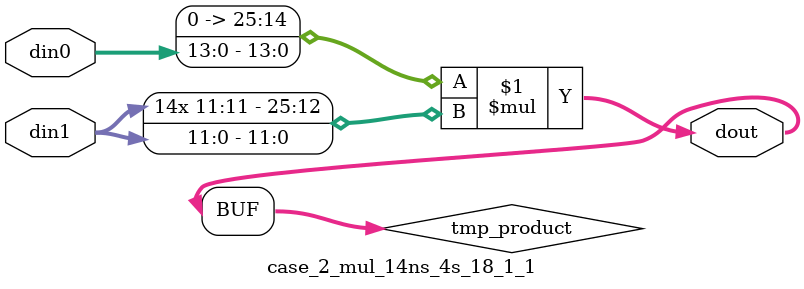
<source format=v>

`timescale 1 ns / 1 ps

 (* use_dsp = "no" *)  module case_2_mul_14ns_4s_18_1_1(din0, din1, dout);
parameter ID = 1;
parameter NUM_STAGE = 0;
parameter din0_WIDTH = 14;
parameter din1_WIDTH = 12;
parameter dout_WIDTH = 26;

input [din0_WIDTH - 1 : 0] din0; 
input [din1_WIDTH - 1 : 0] din1; 
output [dout_WIDTH - 1 : 0] dout;

wire signed [dout_WIDTH - 1 : 0] tmp_product;

























assign tmp_product = $signed({1'b0, din0}) * $signed(din1);










assign dout = tmp_product;





















endmodule

</source>
